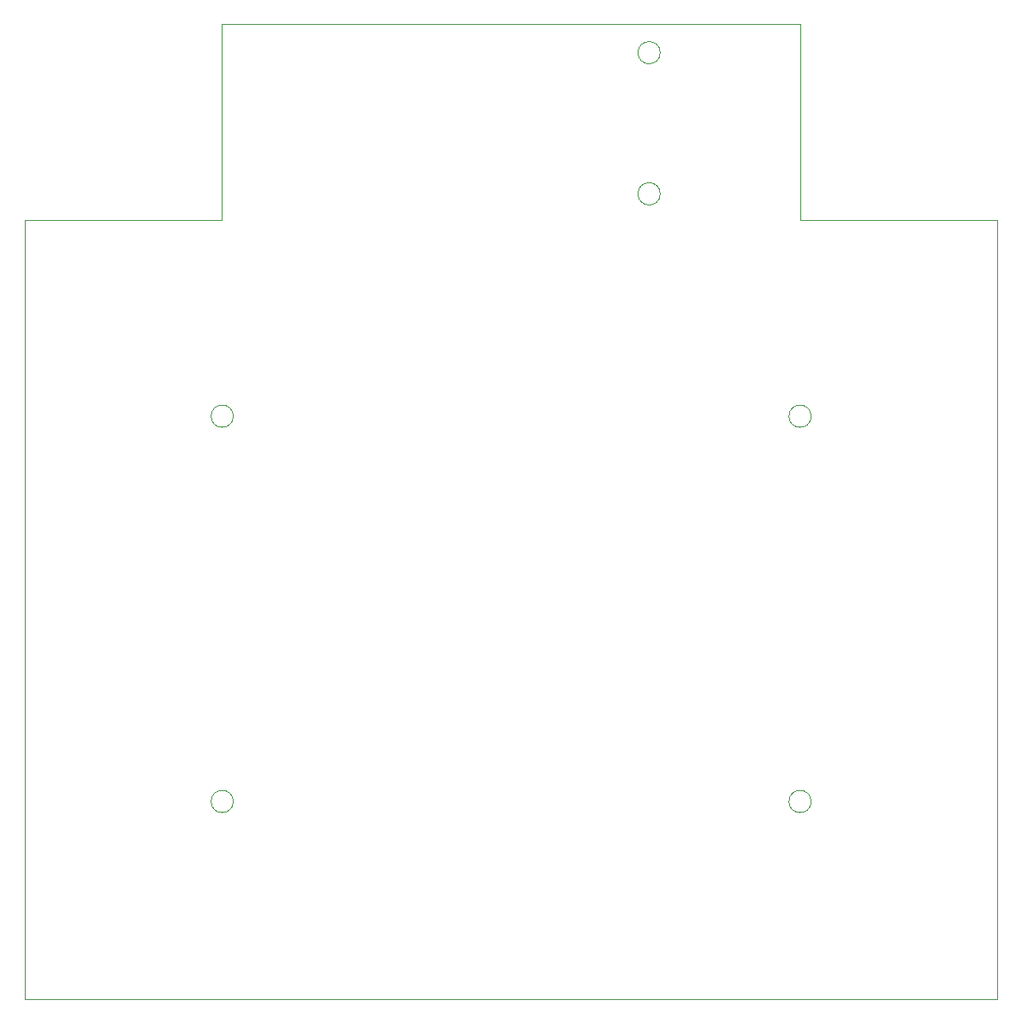
<source format=gbr>
%TF.GenerationSoftware,KiCad,Pcbnew,7.0.8*%
%TF.CreationDate,2023-10-28T15:04:41+09:00*%
%TF.ProjectId,jisaku20rp_right,6a697361-6b75-4323-9072-705f72696768,rev?*%
%TF.SameCoordinates,Original*%
%TF.FileFunction,Profile,NP*%
%FSLAX46Y46*%
G04 Gerber Fmt 4.6, Leading zero omitted, Abs format (unit mm)*
G04 Created by KiCad (PCBNEW 7.0.8) date 2023-10-28 15:04:41*
%MOMM*%
%LPD*%
G01*
G04 APERTURE LIST*
%TA.AperFunction,Profile*%
%ADD10C,0.100000*%
%TD*%
G04 APERTURE END LIST*
D10*
X52850000Y12460000D02*
G75*
G03*
X52850000Y12460000I-1100000J0D01*
G01*
X10620000Y-9530000D02*
G75*
G03*
X10620000Y-9530000I-1100000J0D01*
G01*
X86200000Y9890000D02*
X86200000Y-67150000D01*
X66680000Y9890000D02*
X66680000Y29220000D01*
X10620000Y-47630000D02*
G75*
G03*
X10620000Y-47630000I-1100000J0D01*
G01*
X9510000Y29220000D02*
X66680000Y29220000D01*
X52850000Y26420000D02*
G75*
G03*
X52850000Y26420000I-1100000J0D01*
G01*
X9510000Y29220000D02*
X9510000Y9890000D01*
X9510000Y9890000D02*
X-9990000Y9890000D01*
X86200000Y-67150000D02*
X-10000000Y-67170000D01*
X67780000Y-47630000D02*
G75*
G03*
X67780000Y-47630000I-1100000J0D01*
G01*
X86200000Y9890000D02*
X66680000Y9890000D01*
X67780000Y-9530000D02*
G75*
G03*
X67780000Y-9530000I-1100000J0D01*
G01*
X-10000000Y-67170000D02*
X-9990000Y9890000D01*
M02*

</source>
